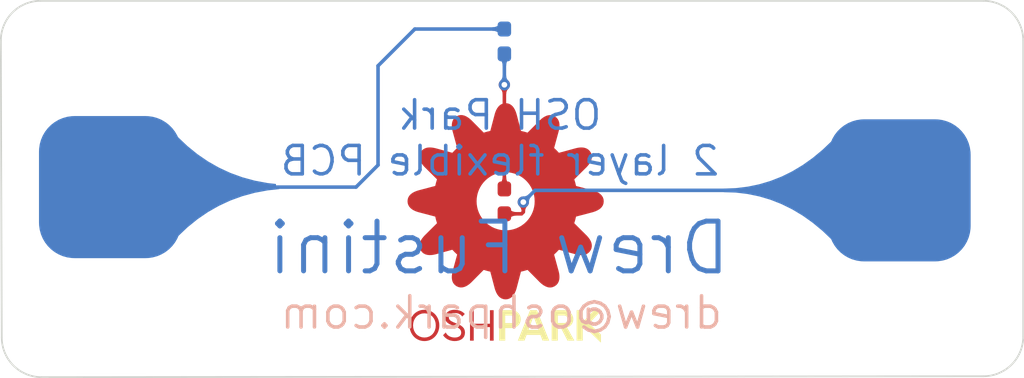
<source format=kicad_pcb>
(kicad_pcb (version 20171130) (host pcbnew 5.1.5-52549c5~84~ubuntu19.04.1)

  (general
    (thickness 1.6)
    (drawings 12)
    (tracks 15)
    (zones 0)
    (modules 5)
    (nets 4)
  )

  (page A4)
  (layers
    (0 F.Cu signal)
    (31 B.Cu signal)
    (32 B.Adhes user)
    (33 F.Adhes user)
    (34 B.Paste user)
    (35 F.Paste user)
    (36 B.SilkS user)
    (37 F.SilkS user)
    (38 B.Mask user)
    (39 F.Mask user)
    (40 Dwgs.User user)
    (41 Cmts.User user)
    (42 Eco1.User user)
    (43 Eco2.User user)
    (44 Edge.Cuts user)
    (45 Margin user)
    (46 B.CrtYd user)
    (47 F.CrtYd user)
    (48 B.Fab user)
    (49 F.Fab user)
  )

  (setup
    (last_trace_width 0.25)
    (trace_clearance 0.2)
    (zone_clearance 0.508)
    (zone_45_only no)
    (trace_min 0.2)
    (via_size 0.8)
    (via_drill 0.4)
    (via_min_size 0.4)
    (via_min_drill 0.3)
    (uvia_size 0.3)
    (uvia_drill 0.1)
    (uvias_allowed no)
    (uvia_min_size 0.2)
    (uvia_min_drill 0.1)
    (edge_width 0.05)
    (segment_width 0.2)
    (pcb_text_width 0.3)
    (pcb_text_size 1.5 1.5)
    (mod_edge_width 0.12)
    (mod_text_size 1 1)
    (mod_text_width 0.15)
    (pad_size 1.524 1.524)
    (pad_drill 0.762)
    (pad_to_mask_clearance 0.051)
    (solder_mask_min_width 0.25)
    (aux_axis_origin 0 0)
    (visible_elements FFFFFF7F)
    (pcbplotparams
      (layerselection 0x010fc_ffffffff)
      (usegerberextensions false)
      (usegerberattributes false)
      (usegerberadvancedattributes false)
      (creategerberjobfile false)
      (excludeedgelayer true)
      (linewidth 0.100000)
      (plotframeref false)
      (viasonmask false)
      (mode 1)
      (useauxorigin false)
      (hpglpennumber 1)
      (hpglpenspeed 20)
      (hpglpendiameter 15.000000)
      (psnegative false)
      (psa4output false)
      (plotreference true)
      (plotvalue true)
      (plotinvisibletext false)
      (padsonsilk false)
      (subtractmaskfromsilk false)
      (outputformat 1)
      (mirror false)
      (drillshape 1)
      (scaleselection 1)
      (outputdirectory ""))
  )

  (net 0 "")
  (net 1 GND)
  (net 2 "Net-(D1-Pad2)")
  (net 3 +3V3)

  (net_class Default "This is the default net class."
    (clearance 0.2)
    (trace_width 0.25)
    (via_dia 0.8)
    (via_drill 0.4)
    (uvia_dia 0.3)
    (uvia_drill 0.1)
    (add_net +3V3)
    (add_net GND)
    (add_net "Net-(D1-Pad2)")
  )

  (module touch:TestPoint_Pad_4.0x4.0mm (layer B.Cu) (tedit 5DF7CA08) (tstamp 5DF409A2)
    (at 181.2925 53.975)
    (descr "SMD rectangular pad as test Point, square 4.0mm side length")
    (tags "test point SMD pad rectangle square")
    (path /5DF4886B)
    (attr virtual)
    (fp_text reference J2 (at 0 2.898) (layer B.SilkS) hide
      (effects (font (size 1 1) (thickness 0.15)) (justify mirror))
    )
    (fp_text value Conn_01x01_Female (at 0 -3.1) (layer B.Fab)
      (effects (font (size 1 1) (thickness 0.15)) (justify mirror))
    )
    (fp_text user %R (at 0 2.9) (layer B.Fab)
      (effects (font (size 1 1) (thickness 0.15)) (justify mirror))
    )
    (fp_line (start -2.5 2.5) (end 2.5 2.5) (layer B.CrtYd) (width 0.05))
    (fp_line (start -2.5 2.5) (end -2.5 -2.5) (layer B.CrtYd) (width 0.05))
    (fp_line (start 2.5 -2.5) (end 2.5 2.5) (layer B.CrtYd) (width 0.05))
    (fp_line (start 2.5 -2.5) (end -2.5 -2.5) (layer B.CrtYd) (width 0.05))
    (pad 1 smd roundrect (at 0 0) (size 10 10) (layers B.Cu B.Mask) (roundrect_rratio 0.25)
      (net 1 GND))
  )

  (module touch:TestPoint_Pad_4.0x4.0mm (layer B.Cu) (tedit 5DF7C9E5) (tstamp 5DF40995)
    (at 125.73 53.7464)
    (descr "SMD rectangular pad as test Point, square 4.0mm side length")
    (tags "test point SMD pad rectangle square")
    (path /5DF48217)
    (attr virtual)
    (fp_text reference J1 (at 0 2.898) (layer B.SilkS) hide
      (effects (font (size 1 1) (thickness 0.15)) (justify mirror))
    )
    (fp_text value Conn_01x01_Female (at 0 -3.1) (layer B.Fab)
      (effects (font (size 1 1) (thickness 0.15)) (justify mirror))
    )
    (fp_line (start 2.5 -2.5) (end -2.5 -2.5) (layer B.CrtYd) (width 0.05))
    (fp_line (start 2.5 -2.5) (end 2.5 2.5) (layer B.CrtYd) (width 0.05))
    (fp_line (start -2.5 2.5) (end -2.5 -2.5) (layer B.CrtYd) (width 0.05))
    (fp_line (start -2.5 2.5) (end 2.5 2.5) (layer B.CrtYd) (width 0.05))
    (fp_text user %R (at 0 2.9) (layer B.Fab)
      (effects (font (size 1 1) (thickness 0.15)) (justify mirror))
    )
    (pad 1 smd roundrect (at 0 0) (size 10 10) (layers B.Cu B.Mask) (roundrect_rratio 0.25)
      (net 3 +3V3))
  )

  (module Resistor_SMD:R_0603_1608Metric_Pad1.05x0.95mm_HandSolder (layer B.Cu) (tedit 5DF7C9BB) (tstamp 5DF3FEFD)
    (at 153.4795 43.4975 90)
    (descr "Resistor SMD 0603 (1608 Metric), square (rectangular) end terminal, IPC_7351 nominal with elongated pad for handsoldering. (Body size source: http://www.tortai-tech.com/upload/download/2011102023233369053.pdf), generated with kicad-footprint-generator")
    (tags "resistor handsolder")
    (path /5DF4085C)
    (attr smd)
    (fp_text reference R1 (at 0 1.43 270) (layer B.SilkS) hide
      (effects (font (size 1 1) (thickness 0.15)) (justify mirror))
    )
    (fp_text value R (at 0 -1.43 270) (layer B.Fab)
      (effects (font (size 1 1) (thickness 0.15)) (justify mirror))
    )
    (fp_line (start -0.8 -0.4) (end -0.8 0.4) (layer B.Fab) (width 0.1))
    (fp_line (start -0.8 0.4) (end 0.8 0.4) (layer B.Fab) (width 0.1))
    (fp_line (start 0.8 0.4) (end 0.8 -0.4) (layer B.Fab) (width 0.1))
    (fp_line (start 0.8 -0.4) (end -0.8 -0.4) (layer B.Fab) (width 0.1))
    (fp_line (start -1.65 -0.73) (end -1.65 0.73) (layer B.CrtYd) (width 0.05))
    (fp_line (start -1.65 0.73) (end 1.65 0.73) (layer B.CrtYd) (width 0.05))
    (fp_line (start 1.65 0.73) (end 1.65 -0.73) (layer B.CrtYd) (width 0.05))
    (fp_line (start 1.65 -0.73) (end -1.65 -0.73) (layer B.CrtYd) (width 0.05))
    (fp_text user %R (at 0 0 270) (layer B.Fab) hide
      (effects (font (size 0.4 0.4) (thickness 0.06)) (justify mirror))
    )
    (pad 1 smd roundrect (at -0.875 0 90) (size 1.05 0.95) (layers B.Cu B.Paste B.Mask) (roundrect_rratio 0.25)
      (net 2 "Net-(D1-Pad2)"))
    (pad 2 smd roundrect (at 0.875 0 90) (size 1.05 0.95) (layers B.Cu B.Paste B.Mask) (roundrect_rratio 0.25)
      (net 3 +3V3))
    (model ${KISYS3DMOD}/Resistor_SMD.3dshapes/R_0603_1608Metric.wrl
      (at (xyz 0 0 0))
      (scale (xyz 1 1 1))
      (rotate (xyz 0 0 0))
    )
  )

  (module LED_SMD:LED_0603_1608Metric_Pad1.05x0.95mm_HandSolder (layer F.Cu) (tedit 5DF7C974) (tstamp 5DF3FC46)
    (at 153.4795 54.751 90)
    (descr "LED SMD 0603 (1608 Metric), square (rectangular) end terminal, IPC_7351 nominal, (Body size source: http://www.tortai-tech.com/upload/download/2011102023233369053.pdf), generated with kicad-footprint-generator")
    (tags "LED handsolder")
    (path /5DF40B3F)
    (attr smd)
    (fp_text reference D1 (at 0.014 -1.43 90) (layer F.SilkS) hide
      (effects (font (size 1 1) (thickness 0.15)))
    )
    (fp_text value LED (at 0 1.43 90) (layer F.Fab) hide
      (effects (font (size 1 1) (thickness 0.15)))
    )
    (fp_line (start 0.8 -0.4) (end -0.5 -0.4) (layer F.Fab) (width 0.1))
    (fp_line (start -0.5 -0.4) (end -0.8 -0.1) (layer F.Fab) (width 0.1))
    (fp_line (start -0.8 -0.1) (end -0.8 0.4) (layer F.Fab) (width 0.1))
    (fp_line (start -0.8 0.4) (end 0.8 0.4) (layer F.Fab) (width 0.1))
    (fp_line (start 0.8 0.4) (end 0.8 -0.4) (layer F.Fab) (width 0.1))
    (fp_line (start -1.65 0.73) (end -1.65 -0.73) (layer F.CrtYd) (width 0.05))
    (fp_line (start -1.65 -0.73) (end 1.65 -0.73) (layer F.CrtYd) (width 0.05))
    (fp_line (start 1.65 -0.73) (end 1.65 0.73) (layer F.CrtYd) (width 0.05))
    (fp_line (start 1.65 0.73) (end -1.65 0.73) (layer F.CrtYd) (width 0.05))
    (pad 1 smd roundrect (at -0.875 0 90) (size 1.05 0.95) (layers F.Cu F.Paste F.Mask) (roundrect_rratio 0.25)
      (net 1 GND))
    (pad 2 smd roundrect (at 0.875 0 90) (size 1.05 0.95) (layers F.Cu F.Paste F.Mask) (roundrect_rratio 0.25)
      (net 2 "Net-(D1-Pad2)"))
    (model ${KISYS3DMOD}/LED_SMD.3dshapes/LED_0603_1608Metric.wrl
      (at (xyz 0 0 0))
      (scale (xyz 1 1 1))
      (rotate (xyz 0 0 0))
    )
  )

  (module afterdark:OSH_small_copper-mask (layer F.Cu) (tedit 5DF3FF89) (tstamp 5DF45F50)
    (at 153.5684 56.2864)
    (descr "Imported from OSHPARK.svg")
    (tags svg2mod)
    (attr smd)
    (fp_text reference OSH_small (at 0 -11.457835) (layer F.Cu) hide
      (effects (font (size 1.524 1.524) (thickness 0.3048)))
    )
    (fp_text value G*** (at 0 11.457835) (layer F.Cu) hide
      (effects (font (size 1.524 1.524) (thickness 0.3048)))
    )
    (fp_poly (pts (xy -5.71389 8.295375) (xy -5.71389 8.046425) (xy -5.88469 8.029425) (xy -6.03947 7.980425)
      (xy -6.17614 7.902625) (xy -6.29262 7.799265) (xy -6.38682 7.673515) (xy -6.45672 7.528545)
      (xy -6.50022 7.367545) (xy -6.51512 7.193705) (xy -6.50022 7.019865) (xy -6.45672 6.858865)
      (xy -6.38682 6.713895) (xy -6.29262 6.588145) (xy -6.17614 6.484785) (xy -6.03947 6.406985)
      (xy -5.88469 6.357985) (xy -5.71389 6.340985) (xy -5.54238 6.357985) (xy -5.38754 6.406985)
      (xy -5.25128 6.484785) (xy -5.13551 6.588145) (xy -5.04211 6.713895) (xy -4.97301 6.858865)
      (xy -4.93021 7.019865) (xy -4.91551 7.193705) (xy -4.93021 7.367545) (xy -4.97301 7.528545)
      (xy -5.04211 7.673515) (xy -5.13551 7.799265) (xy -5.25128 7.902625) (xy -5.38754 7.980425)
      (xy -5.54238 8.029425) (xy -5.71389 8.046425) (xy -5.71389 8.295375) (xy -5.60215 8.289375)
      (xy -5.49471 8.272675) (xy -5.39197 8.245575) (xy -5.29437 8.208575) (xy -5.20217 8.162275)
      (xy -5.11587 8.107175) (xy -5.03597 8.043775) (xy -4.96277 7.972775) (xy -4.89667 7.894575)
      (xy -4.83807 7.809775) (xy -4.78737 7.718975) (xy -4.74497 7.622675) (xy -4.71127 7.521405)
      (xy -4.68667 7.415745) (xy -4.67167 7.306225) (xy -4.66667 7.193415) (xy -4.67167 7.080595)
      (xy -4.68667 6.971085) (xy -4.71127 6.865415) (xy -4.74497 6.764145) (xy -4.78737 6.667845)
      (xy -4.83807 6.577045) (xy -4.89667 6.492245) (xy -4.96277 6.414045) (xy -5.03597 6.342945)
      (xy -5.11587 6.279545) (xy -5.20217 6.224445) (xy -5.29437 6.178145) (xy -5.39197 6.141145)
      (xy -5.49471 6.114045) (xy -5.60215 6.097345) (xy -5.71389 6.091345) (xy -5.82609 6.097345)
      (xy -5.93388 6.114045) (xy -6.03687 6.141145) (xy -6.13467 6.178145) (xy -6.22687 6.224445)
      (xy -6.31307 6.279545) (xy -6.39297 6.342945) (xy -6.46607 6.414045) (xy -6.53207 6.492245)
      (xy -6.59047 6.577045) (xy -6.64097 6.667845) (xy -6.68317 6.764145) (xy -6.71667 6.865415)
      (xy -6.74107 6.971085) (xy -6.75597 7.080595) (xy -6.76097 7.193415) (xy -6.75597 7.306225)
      (xy -6.74107 7.415745) (xy -6.71667 7.521405) (xy -6.68317 7.622675) (xy -6.64097 7.718975)
      (xy -6.59047 7.809775) (xy -6.53207 7.894575) (xy -6.46607 7.972775) (xy -6.39297 8.043775)
      (xy -6.31307 8.107175) (xy -6.22687 8.162275) (xy -6.13467 8.208575) (xy -6.03687 8.245575)
      (xy -5.93388 8.272675) (xy -5.82609 8.289375) (xy -5.71389 8.295375)) (layer F.Mask) (width 0))
    (fp_poly (pts (xy -1.10433 6.120635) (xy -1.10433 7.076375) (xy -2.24607 7.076375) (xy -2.24607 6.120635)
      (xy -2.50646 6.120635) (xy -2.50646 8.266755) (xy -2.24607 8.266755) (xy -2.24607 7.311015)
      (xy -1.10433 7.311015) (xy -1.10433 8.266755) (xy -0.84394 8.266755) (xy -0.84394 6.120635)
      (xy -1.10433 6.120635)) (layer F.Mask) (width 0))
    (fp_poly (pts (xy -3.5907 8.295375) (xy -3.44187 8.286375) (xy -3.30406 8.258975) (xy -3.18001 8.212975)
      (xy -3.07241 8.147975) (xy -2.98401 8.063675) (xy -2.91751 7.959725) (xy -2.87561 7.835805)
      (xy -2.86101 7.691555) (xy -2.87691 7.552235) (xy -2.92141 7.434915) (xy -2.98981 7.336615)
      (xy -3.07751 7.254415) (xy -3.17982 7.185415) (xy -3.29208 7.126615) (xy -3.52784 7.027715)
      (xy -3.70664 6.955515) (xy -3.85727 6.872815) (xy -3.91627 6.823915) (xy -3.96127 6.768115)
      (xy -3.98997 6.703915) (xy -4.00007 6.629915) (xy -3.99207 6.554915) (xy -3.96807 6.490615)
      (xy -3.93017 6.436915) (xy -3.88027 6.393515) (xy -3.82017 6.360115) (xy -3.75177 6.336615)
      (xy -3.67677 6.322615) (xy -3.59697 6.317615) (xy -3.50107 6.322615) (xy -3.41297 6.336315)
      (xy -3.33277 6.358215) (xy -3.26037 6.387715) (xy -3.19597 6.424015) (xy -3.13947 6.466415)
      (xy -3.05047 6.566885) (xy -2.87592 6.389475) (xy -2.93462 6.327375) (xy -3.00322 6.270575)
      (xy -3.08132 6.219875) (xy -3.16862 6.176275) (xy -3.26472 6.140775) (xy -3.36936 6.114275)
      (xy -3.48217 6.097675) (xy -3.60284 6.091675) (xy -3.73476 6.100675) (xy -3.85823 6.127675)
      (xy -3.97043 6.172275) (xy -4.06853 6.234275) (xy -4.14973 6.313275) (xy -4.21123 6.408975)
      (xy -4.25023 6.521165) (xy -4.26383 6.649475) (xy -4.24983 6.769025) (xy -4.21043 6.869725)
      (xy -4.14943 6.954225) (xy -4.07063 7.025125) (xy -3.97793 7.085025) (xy -3.87509 7.136525)
      (xy -3.6543 7.224725) (xy -3.4565 7.304325) (xy -3.3666 7.348925) (xy -3.2866 7.399625)
      (xy -3.2195 7.458525) (xy -3.1682 7.527725) (xy -3.1357 7.609325) (xy -3.1249 7.705425)
      (xy -3.1349 7.789025) (xy -3.1618 7.860025) (xy -3.2038 7.918825) (xy -3.2593 7.965825)
      (xy -3.3266 8.001625) (xy -3.404 8.026625) (xy -3.4899 8.041225) (xy -3.5826 8.046225)
      (xy -3.69075 8.039225) (xy -3.79323 8.020125) (xy -3.88863 7.989225) (xy -3.97563 7.947425)
      (xy -4.05283 7.895625) (xy -4.11893 7.834625) (xy -4.17243 7.765125) (xy -4.21203 7.688125)
      (xy -4.40088 7.879845) (xy -4.33778 7.967545) (xy -4.26108 8.047345) (xy -4.17208 8.118045)
      (xy -4.07218 8.178545) (xy -3.96276 8.227645) (xy -3.84518 8.264145) (xy -3.72084 8.286945)
      (xy -3.59109 8.294945) (xy -3.5907 8.295375)) (layer F.Mask) (width 0))
    (fp_poly (pts (xy 0.00118 -8.409695) (xy 0.00043 -3.623025) (xy 0.21316 -3.612325) (xy 0.41974 -3.580825)
      (xy 0.61914 -3.529525) (xy 0.81031 -3.459525) (xy 0.99219 -3.371925) (xy 1.16375 -3.267695)
      (xy 1.32394 -3.147905) (xy 1.4717 -3.013605) (xy 1.606 -2.865845) (xy 1.72579 -2.705655)
      (xy 1.83001 -2.534105) (xy 1.91761 -2.352215) (xy 1.98761 -2.161055) (xy 2.03891 -1.961655)
      (xy 2.07041 -1.755065) (xy 2.08111 -1.542335) (xy 2.07041 -1.329495) (xy 2.03891 -1.122805)
      (xy 1.98771 -0.923315) (xy 1.91781 -0.732055) (xy 1.83021 -0.550075) (xy 1.726 -0.378435)
      (xy 1.60622 -0.218175) (xy 1.47192 -0.070335) (xy 1.32415 0.064025) (xy 1.16396 0.183875)
      (xy 0.99238 0.288155) (xy 0.81047 0.375855) (xy 0.61928 0.445855) (xy 0.41984 0.497155)
      (xy 0.21321 0.528655) (xy 0.00043 0.539455) (xy -0.21235 0.528655) (xy -0.41897 0.497155)
      (xy -0.6184 0.445855) (xy -0.80958 0.375855) (xy -0.99147 0.288155) (xy -1.16302 0.183875)
      (xy -1.3232 0.064025) (xy -1.47095 -0.070335) (xy -1.60524 -0.218175) (xy -1.72501 -0.378435)
      (xy -1.82922 -0.550075) (xy -1.91682 -0.732055) (xy -1.98682 -0.923315) (xy -2.03812 -1.122805)
      (xy -2.06962 -1.329495) (xy -2.08032 -1.542335) (xy -2.06962 -1.755065) (xy -2.03812 -1.961655)
      (xy -1.98682 -2.161055) (xy -1.91682 -2.352215) (xy -1.82922 -2.534105) (xy -1.72501 -2.705655)
      (xy -1.60524 -2.865845) (xy -1.47095 -3.013605) (xy -1.3232 -3.147905) (xy -1.16302 -3.267695)
      (xy -0.99147 -3.371925) (xy -0.80958 -3.459525) (xy -0.6184 -3.529525) (xy -0.41897 -3.580825)
      (xy -0.21235 -3.612325) (xy 0.00043 -3.623025) (xy 0.00118 -8.409695) (xy -0.14129 -8.393995)
      (xy -0.2674 -8.349495) (xy -0.378 -8.279795) (xy -0.4739 -8.188495) (xy -0.556 -8.079355)
      (xy -0.6251 -7.956025) (xy -0.6821 -7.822195) (xy -0.7278 -7.681515) (xy -1.04856 -6.462625)
      (xy -1.30304 -6.403425) (xy -1.55293 -6.331225) (xy -2.43795 -7.223815) (xy -2.5541 -7.325575)
      (xy -2.67331 -7.414275) (xy -2.79523 -7.486675) (xy -2.91953 -7.539575) (xy -3.04586 -7.569675)
      (xy -3.17388 -7.573675) (xy -3.30323 -7.548275) (xy -3.43358 -7.490275) (xy -3.54913 -7.405275)
      (xy -3.63603 -7.303485) (xy -3.69693 -7.187695) (xy -3.73433 -7.060655) (xy -3.75073 -6.925095)
      (xy -3.74873 -6.783755) (xy -3.73103 -6.639375) (xy -3.70003 -6.494705) (xy -3.36893 -5.282225)
      (xy -3.55878 -5.102185) (xy -3.73879 -4.912505) (xy -4.95156 -5.242875) (xy -5.10317 -5.273475)
      (xy -5.25088 -5.290975) (xy -5.39277 -5.292975) (xy -5.5269 -5.276575) (xy -5.65135 -5.239375)
      (xy -5.76419 -5.178675) (xy -5.86349 -5.091975) (xy -5.94729 -4.976645) (xy -6.00489 -4.845335)
      (xy -6.02929 -4.713775) (xy -6.02429 -4.583095) (xy -5.99309 -4.454385) (xy -5.93949 -4.328745)
      (xy -5.86709 -4.207285) (xy -5.77959 -4.091105) (xy -5.68049 -3.981305) (xy -4.78848 -3.096875)
      (xy -4.86248 -2.846755) (xy -4.92388 -2.591195) (xy -6.13913 -2.271315) (xy -6.28557 -2.221815)
      (xy -6.42211 -2.163015) (xy -6.54579 -2.093715) (xy -6.65364 -2.012515) (xy -6.74264 -1.918115)
      (xy -6.80994 -1.809295) (xy -6.85244 -1.684715) (xy -6.86724 -1.543065) (xy -6.85154 -1.400675)
      (xy -6.80704 -1.274595) (xy -6.73724 -1.163985) (xy -6.64594 -1.068085) (xy -6.5368 -0.985985)
      (xy -6.41347 -0.916885) (xy -6.27964 -0.859985) (xy -6.13897 -0.814385) (xy -4.92372 -0.494365)
      (xy -4.86232 -0.239235) (xy -4.78842 0.010885) (xy -5.68043 0.895605) (xy -5.78261 1.011585)
      (xy -5.87161 1.130695) (xy -5.94411 1.252585) (xy -5.99701 1.376885) (xy -6.02701 1.503265)
      (xy -6.03101 1.631355) (xy -6.00551 1.760795) (xy -5.94741 1.891235) (xy -5.86251 2.006695)
      (xy -5.76079 2.093495) (xy -5.64502 2.154295) (xy -5.51794 2.191595) (xy -5.38232 2.207995)
      (xy -5.24091 2.205995) (xy -5.09648 2.188395) (xy -4.95178 2.157595) (xy -3.73916 1.826495)
      (xy -3.55915 2.015885) (xy -3.36929 2.196065) (xy -3.70039 3.409125) (xy -3.73109 3.560565)
      (xy -3.74869 3.708175) (xy -3.75069 3.850005) (xy -3.73429 3.984105) (xy -3.69709 4.108515)
      (xy -3.63639 4.221295) (xy -3.54959 4.320495) (xy -3.43416 4.404195) (xy -3.30285 4.461895)
      (xy -3.17132 4.486395) (xy -3.04066 4.481395) (xy -2.91197 4.450195) (xy -2.78636 4.396595)
      (xy -2.66492 4.324295) (xy -2.54876 4.236795) (xy -2.43897 4.137795) (xy -1.55409 3.245195)
      (xy -1.30401 3.319295) (xy -1.0487 3.380995) (xy -0.72882 4.596245) (xy -0.67942 4.742405)
      (xy -0.62072 4.878745) (xy -0.55142 5.002265) (xy -0.47012 5.110005) (xy -0.37562 5.199005)
      (xy -0.26663 5.266305) (xy -0.14183 5.308805) (xy 0.0001 5.323605) (xy 0.1423 5.307905)
      (xy 0.26821 5.263405) (xy 0.37868 5.193705) (xy 0.47448 5.102505) (xy 0.55658 4.993495)
      (xy 0.62568 4.870315) (xy 0.68268 4.736655) (xy 0.72838 4.596185) (xy 1.04825 3.380645)
      (xy 1.30343 3.319445) (xy 1.55379 3.245445) (xy 2.43852 4.137905) (xy 2.55442 4.240085)
      (xy 2.67348 4.329085) (xy 2.79535 4.401685) (xy 2.91965 4.454585) (xy 3.04602 4.484585)
      (xy 3.17409 4.488585) (xy 3.30349 4.462985) (xy 3.43386 4.404785) (xy 3.5493 4.319985)
      (xy 3.6361 4.218365) (xy 3.6969 4.102685) (xy 3.7342 3.975695) (xy 3.7507 3.840155)
      (xy 3.7487 3.698805) (xy 3.7312 3.554415) (xy 3.7006 3.409725) (xy 3.36921 2.196675)
      (xy 3.55866 2.016495) (xy 3.73849 1.827095) (xy 4.95155 2.158195) (xy 5.10316 2.188595)
      (xy 5.25086 2.205995) (xy 5.39274 2.207995) (xy 5.52685 2.191495) (xy 5.65126 2.154195)
      (xy 5.76405 2.093495) (xy 5.86325 2.006695) (xy 5.94695 1.891265) (xy 6.00455 1.759975)
      (xy 6.02895 1.628485) (xy 6.02395 1.497875) (xy 5.99275 1.369255) (xy 5.93915 1.243685)
      (xy 5.86685 1.122265) (xy 5.77935 1.006085) (xy 5.68035 0.896225) (xy 4.78804 0.011495)
      (xy 4.86214 -0.238625) (xy 4.92344 -0.493755) (xy 6.13868 -0.813785) (xy 6.28522 -0.863185)
      (xy 6.42183 -0.921885) (xy 6.54556 -0.991285) (xy 6.65344 -1.072585) (xy 6.74254 -1.167085)
      (xy 6.80984 -1.276075) (xy 6.85244 -1.400845) (xy 6.86724 -1.542705) (xy 6.85194 -1.684715)
      (xy 6.80764 -1.810495) (xy 6.73804 -1.920855) (xy 6.64694 -2.016655) (xy 6.53789 -2.098655)
      (xy 6.41461 -2.167755) (xy 6.2808 -2.224755) (xy 6.14013 -2.270455) (xy 4.92488 -2.590335)
      (xy 4.86358 -2.845855) (xy 4.78948 -3.095735) (xy 5.68179 -3.980895) (xy 5.78395 -4.096695)
      (xy 5.87285 -4.215675) (xy 5.94535 -4.337485) (xy 5.99815 -4.461745) (xy 6.02805 -4.588095)
      (xy 6.03205 -4.716185) (xy 6.00655 -4.845635) (xy 5.94845 -4.976085) (xy 5.86365 -5.091375)
      (xy 5.76206 -5.178075) (xy 5.64641 -5.238875) (xy 5.51943 -5.276175) (xy 5.38387 -5.292675)
      (xy 5.24246 -5.290675) (xy 5.09796 -5.273075) (xy 4.9531 -5.242275) (xy 3.74019 -4.911755)
      (xy 3.5604 -5.101105) (xy 3.3712 -5.281035) (xy 3.70215 -6.493945) (xy 3.73265 -6.645465)
      (xy 3.75005 -6.793085) (xy 3.75205 -6.934915) (xy 3.73565 -7.069005) (xy 3.69835 -7.193445)
      (xy 3.63755 -7.306295) (xy 3.55075 -7.405695) (xy 3.43522 -7.489595) (xy 3.30408 -7.547095)
      (xy 3.17265 -7.571395) (xy 3.04204 -7.566395) (xy 2.91335 -7.535095) (xy 2.78769 -7.481395)
      (xy 2.66618 -7.408995) (xy 2.54992 -7.321595) (xy 2.44003 -7.222795) (xy 1.55545 -6.330485)
      (xy 1.30598 -6.402785) (xy 1.05107 -6.462485) (xy 0.73018 -7.681375) (xy 0.68058 -7.827915)
      (xy 0.62168 -7.964525) (xy 0.55228 -8.088255) (xy 0.47098 -8.196135) (xy 0.37658 -8.285235)
      (xy 0.2677 -8.352535) (xy 0.14304 -8.395035) (xy 0.0013 -8.409835) (xy 0.00118 -8.409695)) (layer F.Mask) (width 0.073847))
    (fp_poly (pts (xy 6.76111 6.120635) (xy 6.20884 6.120635) (xy 5.42765 6.959055) (xy 5.42765 6.120635)
      (xy 4.99557 6.120635) (xy 4.99557 8.266755) (xy 5.42765 8.266755) (xy 5.42765 7.193695)
      (xy 6.7096 8.409835) (xy 6.7096 7.831805) (xy 5.87118 7.056345) (xy 6.76111 6.120635)) (layer F.SilkS) (width 0))
    (fp_poly (pts (xy 4.31659 7.328185) (xy 4.11009 7.022185) (xy 3.67228 7.022185) (xy 3.67228 6.495675)
      (xy 4.11009 6.495675) (xy 4.16319 6.500675) (xy 4.21239 6.515675) (xy 4.25669 6.539575)
      (xy 4.29509 6.571375) (xy 4.32669 6.610075) (xy 4.35039 6.654875) (xy 4.36539 6.704775)
      (xy 4.37039 6.758775) (xy 4.36539 6.812775) (xy 4.35069 6.862675) (xy 4.32729 6.907475)
      (xy 4.29609 6.946175) (xy 4.25789 6.977975) (xy 4.21359 7.001875) (xy 4.16399 7.016875)
      (xy 4.11009 7.021875) (xy 4.11009 7.022185) (xy 4.31659 7.328185) (xy 4.41049 7.296585)
      (xy 4.49619 7.251785) (xy 4.57229 7.194785) (xy 4.63749 7.126585) (xy 4.69049 7.048185)
      (xy 4.72989 6.960585) (xy 4.75449 6.864785) (xy 4.76249 6.761805) (xy 4.74979 6.631575)
      (xy 4.71319 6.510755) (xy 4.65509 6.401815) (xy 4.57799 6.307215) (xy 4.48419 6.229415)
      (xy 4.37621 6.170715) (xy 4.25643 6.133715) (xy 4.12726 6.120815) (xy 3.2402 6.120815)
      (xy 3.2402 8.266935) (xy 3.67228 8.266935) (xy 3.67228 7.356985) (xy 3.88403 7.356985)
      (xy 4.35332 8.266935) (xy 4.83691 8.266935) (xy 4.31612 7.328365) (xy 4.31659 7.328185)) (layer F.SilkS) (width 0))
    (fp_poly (pts (xy 2.59844 8.266755) (xy 1.96319 6.558445) (xy 2.31515 7.505595) (xy 1.60836 7.505595)
      (xy 1.96319 6.558445) (xy 2.59844 8.266755) (xy 3.06487 8.266755) (xy 2.20355 6.120635)
      (xy 1.71996 6.120635) (xy 0.85865 8.266755) (xy 1.32508 8.266755) (xy 1.47674 7.860425)
      (xy 2.44678 7.860425) (xy 2.59844 8.266755)) (layer F.SilkS) (width 0))
    (fp_poly (pts (xy 0.00118 -8.409695) (xy 0.00043 -3.623025) (xy 0.21316 -3.612325) (xy 0.41974 -3.580825)
      (xy 0.61914 -3.529525) (xy 0.81031 -3.459525) (xy 0.99219 -3.371925) (xy 1.16375 -3.267695)
      (xy 1.32394 -3.147905) (xy 1.4717 -3.013605) (xy 1.606 -2.865845) (xy 1.72579 -2.705655)
      (xy 1.83001 -2.534105) (xy 1.91761 -2.352215) (xy 1.98761 -2.161055) (xy 2.03891 -1.961655)
      (xy 2.07041 -1.755065) (xy 2.08111 -1.542335) (xy 2.07041 -1.329495) (xy 2.03891 -1.122805)
      (xy 1.98771 -0.923315) (xy 1.91781 -0.732055) (xy 1.83021 -0.550075) (xy 1.726 -0.378435)
      (xy 1.60622 -0.218175) (xy 1.47192 -0.070335) (xy 1.32415 0.064025) (xy 1.16396 0.183875)
      (xy 0.99238 0.288155) (xy 0.81047 0.375855) (xy 0.61928 0.445855) (xy 0.41984 0.497155)
      (xy 0.21321 0.528655) (xy 0.00043 0.539455) (xy -0.21235 0.528655) (xy -0.41897 0.497155)
      (xy -0.6184 0.445855) (xy -0.80958 0.375855) (xy -0.99147 0.288155) (xy -1.16302 0.183875)
      (xy -1.3232 0.064025) (xy -1.47095 -0.070335) (xy -1.60524 -0.218175) (xy -1.72501 -0.378435)
      (xy -1.82922 -0.550075) (xy -1.91682 -0.732055) (xy -1.98682 -0.923315) (xy -2.03812 -1.122805)
      (xy -2.06962 -1.329495) (xy -2.08032 -1.542335) (xy -2.06962 -1.755065) (xy -2.03812 -1.961655)
      (xy -1.98682 -2.161055) (xy -1.91682 -2.352215) (xy -1.82922 -2.534105) (xy -1.72501 -2.705655)
      (xy -1.60524 -2.865845) (xy -1.47095 -3.013605) (xy -1.3232 -3.147905) (xy -1.16302 -3.267695)
      (xy -0.99147 -3.371925) (xy -0.80958 -3.459525) (xy -0.6184 -3.529525) (xy -0.41897 -3.580825)
      (xy -0.21235 -3.612325) (xy 0.00043 -3.623025) (xy 0.00118 -8.409695) (xy -0.14129 -8.393995)
      (xy -0.2674 -8.349495) (xy -0.378 -8.279795) (xy -0.4739 -8.188495) (xy -0.556 -8.079355)
      (xy -0.6251 -7.956025) (xy -0.6821 -7.822195) (xy -0.7278 -7.681515) (xy -1.04856 -6.462625)
      (xy -1.30304 -6.403425) (xy -1.55293 -6.331225) (xy -2.43795 -7.223815) (xy -2.5541 -7.325575)
      (xy -2.67331 -7.414275) (xy -2.79523 -7.486675) (xy -2.91953 -7.539575) (xy -3.04586 -7.569675)
      (xy -3.17388 -7.573675) (xy -3.30323 -7.548275) (xy -3.43358 -7.490275) (xy -3.54913 -7.405275)
      (xy -3.63603 -7.303485) (xy -3.69693 -7.187695) (xy -3.73433 -7.060655) (xy -3.75073 -6.925095)
      (xy -3.74873 -6.783755) (xy -3.73103 -6.639375) (xy -3.70003 -6.494705) (xy -3.36893 -5.282225)
      (xy -3.55878 -5.102185) (xy -3.73879 -4.912505) (xy -4.95156 -5.242875) (xy -5.10317 -5.273475)
      (xy -5.25088 -5.290975) (xy -5.39277 -5.292975) (xy -5.5269 -5.276575) (xy -5.65135 -5.239375)
      (xy -5.76419 -5.178675) (xy -5.86349 -5.091975) (xy -5.94729 -4.976645) (xy -6.00489 -4.845335)
      (xy -6.02929 -4.713775) (xy -6.02429 -4.583095) (xy -5.99309 -4.454385) (xy -5.93949 -4.328745)
      (xy -5.86709 -4.207285) (xy -5.77959 -4.091105) (xy -5.68049 -3.981305) (xy -4.78848 -3.096875)
      (xy -4.86248 -2.846755) (xy -4.92388 -2.591195) (xy -6.13913 -2.271315) (xy -6.28557 -2.221815)
      (xy -6.42211 -2.163015) (xy -6.54579 -2.093715) (xy -6.65364 -2.012515) (xy -6.74264 -1.918115)
      (xy -6.80994 -1.809295) (xy -6.85244 -1.684715) (xy -6.86724 -1.543065) (xy -6.85154 -1.400675)
      (xy -6.80704 -1.274595) (xy -6.73724 -1.163985) (xy -6.64594 -1.068085) (xy -6.5368 -0.985985)
      (xy -6.41347 -0.916885) (xy -6.27964 -0.859985) (xy -6.13897 -0.814385) (xy -4.92372 -0.494365)
      (xy -4.86232 -0.239235) (xy -4.78842 0.010885) (xy -5.68043 0.895605) (xy -5.78261 1.011585)
      (xy -5.87161 1.130695) (xy -5.94411 1.252585) (xy -5.99701 1.376885) (xy -6.02701 1.503265)
      (xy -6.03101 1.631355) (xy -6.00551 1.760795) (xy -5.94741 1.891235) (xy -5.86251 2.006695)
      (xy -5.76079 2.093495) (xy -5.64502 2.154295) (xy -5.51794 2.191595) (xy -5.38232 2.207995)
      (xy -5.24091 2.205995) (xy -5.09648 2.188395) (xy -4.95178 2.157595) (xy -3.73916 1.826495)
      (xy -3.55915 2.015885) (xy -3.36929 2.196065) (xy -3.70039 3.409125) (xy -3.73109 3.560565)
      (xy -3.74869 3.708175) (xy -3.75069 3.850005) (xy -3.73429 3.984105) (xy -3.69709 4.108515)
      (xy -3.63639 4.221295) (xy -3.54959 4.320495) (xy -3.43416 4.404195) (xy -3.30285 4.461895)
      (xy -3.17132 4.486395) (xy -3.04066 4.481395) (xy -2.91197 4.450195) (xy -2.78636 4.396595)
      (xy -2.66492 4.324295) (xy -2.54876 4.236795) (xy -2.43897 4.137795) (xy -1.55409 3.245195)
      (xy -1.30401 3.319295) (xy -1.0487 3.380995) (xy -0.72882 4.596245) (xy -0.67942 4.742405)
      (xy -0.62072 4.878745) (xy -0.55142 5.002265) (xy -0.47012 5.110005) (xy -0.37562 5.199005)
      (xy -0.26663 5.266305) (xy -0.14183 5.308805) (xy 0.0001 5.323605) (xy 0.1423 5.307905)
      (xy 0.26821 5.263405) (xy 0.37868 5.193705) (xy 0.47448 5.102505) (xy 0.55658 4.993495)
      (xy 0.62568 4.870315) (xy 0.68268 4.736655) (xy 0.72838 4.596185) (xy 1.04825 3.380645)
      (xy 1.30343 3.319445) (xy 1.55379 3.245445) (xy 2.43852 4.137905) (xy 2.55442 4.240085)
      (xy 2.67348 4.329085) (xy 2.79535 4.401685) (xy 2.91965 4.454585) (xy 3.04602 4.484585)
      (xy 3.17409 4.488585) (xy 3.30349 4.462985) (xy 3.43386 4.404785) (xy 3.5493 4.319985)
      (xy 3.6361 4.218365) (xy 3.6969 4.102685) (xy 3.7342 3.975695) (xy 3.7507 3.840155)
      (xy 3.7487 3.698805) (xy 3.7312 3.554415) (xy 3.7006 3.409725) (xy 3.36921 2.196675)
      (xy 3.55866 2.016495) (xy 3.73849 1.827095) (xy 4.95155 2.158195) (xy 5.10316 2.188595)
      (xy 5.25086 2.205995) (xy 5.39274 2.207995) (xy 5.52685 2.191495) (xy 5.65126 2.154195)
      (xy 5.76405 2.093495) (xy 5.86325 2.006695) (xy 5.94695 1.891265) (xy 6.00455 1.759975)
      (xy 6.02895 1.628485) (xy 6.02395 1.497875) (xy 5.99275 1.369255) (xy 5.93915 1.243685)
      (xy 5.86685 1.122265) (xy 5.77935 1.006085) (xy 5.68035 0.896225) (xy 4.78804 0.011495)
      (xy 4.86214 -0.238625) (xy 4.92344 -0.493755) (xy 6.13868 -0.813785) (xy 6.28522 -0.863185)
      (xy 6.42183 -0.921885) (xy 6.54556 -0.991285) (xy 6.65344 -1.072585) (xy 6.74254 -1.167085)
      (xy 6.80984 -1.276075) (xy 6.85244 -1.400845) (xy 6.86724 -1.542705) (xy 6.85194 -1.684715)
      (xy 6.80764 -1.810495) (xy 6.73804 -1.920855) (xy 6.64694 -2.016655) (xy 6.53789 -2.098655)
      (xy 6.41461 -2.167755) (xy 6.2808 -2.224755) (xy 6.14013 -2.270455) (xy 4.92488 -2.590335)
      (xy 4.86358 -2.845855) (xy 4.78948 -3.095735) (xy 5.68179 -3.980895) (xy 5.78395 -4.096695)
      (xy 5.87285 -4.215675) (xy 5.94535 -4.337485) (xy 5.99815 -4.461745) (xy 6.02805 -4.588095)
      (xy 6.03205 -4.716185) (xy 6.00655 -4.845635) (xy 5.94845 -4.976085) (xy 5.86365 -5.091375)
      (xy 5.76206 -5.178075) (xy 5.64641 -5.238875) (xy 5.51943 -5.276175) (xy 5.38387 -5.292675)
      (xy 5.24246 -5.290675) (xy 5.09796 -5.273075) (xy 4.9531 -5.242275) (xy 3.74019 -4.911755)
      (xy 3.5604 -5.101105) (xy 3.3712 -5.281035) (xy 3.70215 -6.493945) (xy 3.73265 -6.645465)
      (xy 3.75005 -6.793085) (xy 3.75205 -6.934915) (xy 3.73565 -7.069005) (xy 3.69835 -7.193445)
      (xy 3.63755 -7.306295) (xy 3.55075 -7.405695) (xy 3.43522 -7.489595) (xy 3.30408 -7.547095)
      (xy 3.17265 -7.571395) (xy 3.04204 -7.566395) (xy 2.91335 -7.535095) (xy 2.78769 -7.481395)
      (xy 2.66618 -7.408995) (xy 2.54992 -7.321595) (xy 2.44003 -7.222795) (xy 1.55545 -6.330485)
      (xy 1.30598 -6.402785) (xy 1.05107 -6.462485) (xy 0.73018 -7.681375) (xy 0.68058 -7.827915)
      (xy 0.62168 -7.964525) (xy 0.55228 -8.088255) (xy 0.47098 -8.196135) (xy 0.37658 -8.285235)
      (xy 0.2677 -8.352535) (xy 0.14304 -8.395035) (xy 0.0013 -8.409835) (xy 0.00118 -8.409695)) (layer F.Cu) (width 0.073847))
    (fp_poly (pts (xy 0.42791 6.120635) (xy -0.02711 6.495535) (xy 0.38781 6.495535) (xy 0.44521 6.500535)
      (xy 0.49851 6.515035) (xy 0.54661 6.538335) (xy 0.58851 6.569635) (xy 0.62301 6.608335)
      (xy 0.64901 6.653735) (xy 0.66541 6.705135) (xy 0.67141 6.761735) (xy 0.66541 6.820135)
      (xy 0.64901 6.872535) (xy 0.62301 6.918535) (xy 0.58851 6.957435) (xy 0.54661 6.988635)
      (xy 0.49851 7.011635) (xy 0.44521 7.025835) (xy 0.38781 7.030835) (xy 0.38781 7.030635)
      (xy -0.02711 7.030635) (xy -0.02711 6.495535) (xy 0.42791 6.120635) (xy -0.45915 6.120635)
      (xy -0.45915 8.266755) (xy -0.02707 8.266755) (xy -0.02707 7.382555) (xy 0.42791 7.382555)
      (xy 0.5579 7.370355) (xy 0.67807 7.335055) (xy 0.78609 7.278855) (xy 0.87969 7.203855)
      (xy 0.95649 7.112155) (xy 1.01419 7.006005) (xy 1.05049 6.887525) (xy 1.06309 6.758845)
      (xy 1.05049 6.630375) (xy 1.01419 6.510655) (xy 0.95649 6.402275) (xy 0.87969 6.307775)
      (xy 0.78609 6.229775) (xy 0.67807 6.170875) (xy 0.5579 6.133675) (xy 0.42791 6.120675)
      (xy 0.42791 6.120635)) (layer F.SilkS) (width 0))
    (fp_poly (pts (xy -1.10433 6.120635) (xy -1.10433 7.076375) (xy -2.24607 7.076375) (xy -2.24607 6.120635)
      (xy -2.50646 6.120635) (xy -2.50646 8.266755) (xy -2.24607 8.266755) (xy -2.24607 7.311015)
      (xy -1.10433 7.311015) (xy -1.10433 8.266755) (xy -0.84394 8.266755) (xy -0.84394 6.120635)
      (xy -1.10433 6.120635)) (layer F.Cu) (width 0))
    (fp_poly (pts (xy -3.5907 8.295375) (xy -3.44187 8.286375) (xy -3.30406 8.258975) (xy -3.18001 8.212975)
      (xy -3.07241 8.147975) (xy -2.98401 8.063675) (xy -2.91751 7.959725) (xy -2.87561 7.835805)
      (xy -2.86101 7.691555) (xy -2.87691 7.552235) (xy -2.92141 7.434915) (xy -2.98981 7.336615)
      (xy -3.07751 7.254415) (xy -3.17982 7.185415) (xy -3.29208 7.126615) (xy -3.52784 7.027715)
      (xy -3.70664 6.955515) (xy -3.85727 6.872815) (xy -3.91627 6.823915) (xy -3.96127 6.768115)
      (xy -3.98997 6.703915) (xy -4.00007 6.629915) (xy -3.99207 6.554915) (xy -3.96807 6.490615)
      (xy -3.93017 6.436915) (xy -3.88027 6.393515) (xy -3.82017 6.360115) (xy -3.75177 6.336615)
      (xy -3.67677 6.322615) (xy -3.59697 6.317615) (xy -3.50107 6.322615) (xy -3.41297 6.336315)
      (xy -3.33277 6.358215) (xy -3.26037 6.387715) (xy -3.19597 6.424015) (xy -3.13947 6.466415)
      (xy -3.05047 6.566885) (xy -2.87592 6.389475) (xy -2.93462 6.327375) (xy -3.00322 6.270575)
      (xy -3.08132 6.219875) (xy -3.16862 6.176275) (xy -3.26472 6.140775) (xy -3.36936 6.114275)
      (xy -3.48217 6.097675) (xy -3.60284 6.091675) (xy -3.73476 6.100675) (xy -3.85823 6.127675)
      (xy -3.97043 6.172275) (xy -4.06853 6.234275) (xy -4.14973 6.313275) (xy -4.21123 6.408975)
      (xy -4.25023 6.521165) (xy -4.26383 6.649475) (xy -4.24983 6.769025) (xy -4.21043 6.869725)
      (xy -4.14943 6.954225) (xy -4.07063 7.025125) (xy -3.97793 7.085025) (xy -3.87509 7.136525)
      (xy -3.6543 7.224725) (xy -3.4565 7.304325) (xy -3.3666 7.348925) (xy -3.2866 7.399625)
      (xy -3.2195 7.458525) (xy -3.1682 7.527725) (xy -3.1357 7.609325) (xy -3.1249 7.705425)
      (xy -3.1349 7.789025) (xy -3.1618 7.860025) (xy -3.2038 7.918825) (xy -3.2593 7.965825)
      (xy -3.3266 8.001625) (xy -3.404 8.026625) (xy -3.4899 8.041225) (xy -3.5826 8.046225)
      (xy -3.69075 8.039225) (xy -3.79323 8.020125) (xy -3.88863 7.989225) (xy -3.97563 7.947425)
      (xy -4.05283 7.895625) (xy -4.11893 7.834625) (xy -4.17243 7.765125) (xy -4.21203 7.688125)
      (xy -4.40088 7.879845) (xy -4.33778 7.967545) (xy -4.26108 8.047345) (xy -4.17208 8.118045)
      (xy -4.07218 8.178545) (xy -3.96276 8.227645) (xy -3.84518 8.264145) (xy -3.72084 8.286945)
      (xy -3.59109 8.294945) (xy -3.5907 8.295375)) (layer F.Cu) (width 0))
    (fp_poly (pts (xy -5.71389 8.295375) (xy -5.71389 8.046425) (xy -5.88469 8.029425) (xy -6.03947 7.980425)
      (xy -6.17614 7.902625) (xy -6.29262 7.799265) (xy -6.38682 7.673515) (xy -6.45672 7.528545)
      (xy -6.50022 7.367545) (xy -6.51512 7.193705) (xy -6.50022 7.019865) (xy -6.45672 6.858865)
      (xy -6.38682 6.713895) (xy -6.29262 6.588145) (xy -6.17614 6.484785) (xy -6.03947 6.406985)
      (xy -5.88469 6.357985) (xy -5.71389 6.340985) (xy -5.54238 6.357985) (xy -5.38754 6.406985)
      (xy -5.25128 6.484785) (xy -5.13551 6.588145) (xy -5.04211 6.713895) (xy -4.97301 6.858865)
      (xy -4.93021 7.019865) (xy -4.91551 7.193705) (xy -4.93021 7.367545) (xy -4.97301 7.528545)
      (xy -5.04211 7.673515) (xy -5.13551 7.799265) (xy -5.25128 7.902625) (xy -5.38754 7.980425)
      (xy -5.54238 8.029425) (xy -5.71389 8.046425) (xy -5.71389 8.295375) (xy -5.60215 8.289375)
      (xy -5.49471 8.272675) (xy -5.39197 8.245575) (xy -5.29437 8.208575) (xy -5.20217 8.162275)
      (xy -5.11587 8.107175) (xy -5.03597 8.043775) (xy -4.96277 7.972775) (xy -4.89667 7.894575)
      (xy -4.83807 7.809775) (xy -4.78737 7.718975) (xy -4.74497 7.622675) (xy -4.71127 7.521405)
      (xy -4.68667 7.415745) (xy -4.67167 7.306225) (xy -4.66667 7.193415) (xy -4.67167 7.080595)
      (xy -4.68667 6.971085) (xy -4.71127 6.865415) (xy -4.74497 6.764145) (xy -4.78737 6.667845)
      (xy -4.83807 6.577045) (xy -4.89667 6.492245) (xy -4.96277 6.414045) (xy -5.03597 6.342945)
      (xy -5.11587 6.279545) (xy -5.20217 6.224445) (xy -5.29437 6.178145) (xy -5.39197 6.141145)
      (xy -5.49471 6.114045) (xy -5.60215 6.097345) (xy -5.71389 6.091345) (xy -5.82609 6.097345)
      (xy -5.93388 6.114045) (xy -6.03687 6.141145) (xy -6.13467 6.178145) (xy -6.22687 6.224445)
      (xy -6.31307 6.279545) (xy -6.39297 6.342945) (xy -6.46607 6.414045) (xy -6.53207 6.492245)
      (xy -6.59047 6.577045) (xy -6.64097 6.667845) (xy -6.68317 6.764145) (xy -6.71667 6.865415)
      (xy -6.74107 6.971085) (xy -6.75597 7.080595) (xy -6.76097 7.193415) (xy -6.75597 7.306225)
      (xy -6.74107 7.415745) (xy -6.71667 7.521405) (xy -6.68317 7.622675) (xy -6.64097 7.718975)
      (xy -6.59047 7.809775) (xy -6.53207 7.894575) (xy -6.46607 7.972775) (xy -6.39297 8.043775)
      (xy -6.31307 8.107175) (xy -6.22687 8.162275) (xy -6.13467 8.208575) (xy -6.03687 8.245575)
      (xy -5.93388 8.272675) (xy -5.82609 8.289375) (xy -5.71389 8.295375)) (layer F.Cu) (width 0))
  )

  (gr_text "OSH Park\n2 layer flexible PCB" (at 153.162 50.292) (layer B.Cu) (tstamp 5DF05FE1)
    (effects (font (size 2 2) (thickness 0.25)) (justify mirror))
  )
  (gr_text "Drew Fustini" (at 153.0985 58.039) (layer B.Cu) (tstamp 5DF8B13E)
    (effects (font (size 3.5 3.5) (thickness 0.35)) (justify mirror))
  )
  (gr_line (start 120.8405 40.64) (end 187.198 40.64) (layer Edge.Cuts) (width 0.12) (tstamp 5DF060A9))
  (gr_line (start 118.0465 43.434) (end 118.11 64.3255) (layer Edge.Cuts) (width 0.12) (tstamp 5DF060A8))
  (gr_line (start 187.198 67.056) (end 120.904 67.1195) (layer Edge.Cuts) (width 0.12) (tstamp 5DF060A5))
  (gr_arc (start 120.904 64.3255) (end 118.11 64.3255) (angle -90) (layer Edge.Cuts) (width 0.12) (tstamp 5DF0608F))
  (gr_arc (start 120.8405 43.434) (end 120.8405 40.64) (angle -90) (layer Edge.Cuts) (width 0.12) (tstamp 5DF06088))
  (gr_line (start 189.992 43.434) (end 189.992 64.262) (layer Edge.Cuts) (width 0.12) (tstamp 5DF06086))
  (gr_arc (start 187.198 43.434) (end 189.992 43.434) (angle -90) (layer Edge.Cuts) (width 0.12) (tstamp 5DF0607F))
  (gr_arc (start 187.198 64.262) (end 187.198 67.056) (angle -90) (layer Edge.Cuts) (width 0.12))
  (gr_text "Drew Fustini" (at 153.0985 58.039) (layer B.Mask) (tstamp 5DE9D316)
    (effects (font (size 3.5 3.5) (thickness 0.35)) (justify mirror))
  )
  (gr_text drew@oshpark.com (at 153.2636 62.5856) (layer B.SilkS) (tstamp 5DF0603A)
    (effects (font (size 2.2 2.2) (thickness 0.25)) (justify mirror))
  )

  (segment (start 154.813 54.8005) (end 154.813 54.8005) (width 0.25) (layer B.Cu) (net 1))
  (segment (start 181.864 53.975) (end 155.6385 53.975) (width 0.25) (layer B.Cu) (net 1))
  (segment (start 153.4795 55.626) (end 154.686 55.626) (width 0.25) (layer F.Cu) (net 1))
  (segment (start 154.813 55.499) (end 154.813 54.8005) (width 0.25) (layer F.Cu) (net 1))
  (segment (start 154.686 55.626) (end 154.813 55.499) (width 0.25) (layer F.Cu) (net 1))
  (segment (start 154.813 54.8005) (end 155.6385 53.975) (width 0.25) (layer B.Cu) (net 1) (tstamp 5DF829F1))
  (via (at 154.813 54.8005) (size 0.8) (drill 0.4) (layers F.Cu B.Cu) (net 1))
  (via (at 153.4795 46.5455) (size 0.8) (drill 0.4) (layers F.Cu B.Cu) (net 2))
  (segment (start 153.4795 44.3725) (end 153.4795 46.5455) (width 0.25) (layer B.Cu) (net 2) (status 10))
  (segment (start 153.4795 46.5455) (end 153.4795 53.848) (width 0.25) (layer F.Cu) (net 2) (status 20))
  (segment (start 125.73 53.7464) (end 143.0401 53.7464) (width 0.25) (layer B.Cu) (net 3))
  (segment (start 143.0401 53.7464) (end 144.5895 52.197) (width 0.25) (layer B.Cu) (net 3))
  (segment (start 144.5895 52.197) (end 144.5895 45.212) (width 0.25) (layer B.Cu) (net 3))
  (segment (start 147.179 42.6225) (end 153.4795 42.6225) (width 0.25) (layer B.Cu) (net 3))
  (segment (start 144.5895 45.212) (end 147.179 42.6225) (width 0.25) (layer B.Cu) (net 3))

  (zone (net 1) (net_name GND) (layer B.Cu) (tstamp 0) (hatch edge 0.508)
    (priority 16962)
    (connect_pads yes (clearance 0.2))
    (min_thickness 0.0254)
    (fill yes (arc_segments 32) (thermal_gap 0.508) (thermal_bridge_width 0.508))
    (polygon
      (pts
        (xy 168.917322 54.1) (xy 169.770985 54.13375) (xy 170.604434 54.235) (xy 171.417669 54.40375) (xy 172.210691 54.64)
        (xy 172.983499 54.94375) (xy 173.736093 55.315) (xy 174.468474 55.75375) (xy 175.180641 56.26) (xy 175.872593 56.83375)
        (xy 176.544333 57.475) (xy 182.615047 53.975) (xy 176.544333 50.475) (xy 175.872593 51.11625) (xy 175.180641 51.69)
        (xy 174.468474 52.19625) (xy 173.736093 52.635) (xy 172.983499 53.00625) (xy 172.210691 53.31) (xy 171.417669 53.54625)
        (xy 170.604434 53.715) (xy 169.770985 53.81625) (xy 168.917322 53.85)
      )
    )
    (filled_polygon
      (pts
        (xy 182.589621 53.975) (xy 176.546226 57.45925) (xy 175.881362 56.824564) (xy 175.880699 56.823974) (xy 175.188747 56.250224)
        (xy 175.187999 56.249649) (xy 174.475832 55.743399) (xy 174.475001 55.742855) (xy 173.74262 55.304105) (xy 173.741711 55.30361)
        (xy 172.989117 54.93236) (xy 172.988145 54.93193) (xy 172.215337 54.62818) (xy 172.214317 54.627829) (xy 171.421295 54.391579)
        (xy 171.420249 54.391315) (xy 170.607014 54.222565) (xy 170.605966 54.222393) (xy 169.772517 54.121143) (xy 169.771487 54.12106)
        (xy 168.930022 54.087792) (xy 168.930022 53.862208) (xy 169.771487 53.82894) (xy 169.772517 53.828857) (xy 170.605966 53.727607)
        (xy 170.607014 53.727435) (xy 171.420249 53.558685) (xy 171.421295 53.558421) (xy 172.214317 53.322171) (xy 172.215337 53.32182)
        (xy 172.988145 53.01807) (xy 172.989117 53.01764) (xy 173.741711 52.64639) (xy 173.74262 52.645895) (xy 174.475001 52.207145)
        (xy 174.475832 52.206601) (xy 175.187999 51.700351) (xy 175.188747 51.699776) (xy 175.880699 51.126026) (xy 175.881362 51.125436)
        (xy 176.546226 50.49075)
      )
    )
  )
  (zone (net 1) (net_name GND) (layer F.Cu) (tstamp 0) (hatch edge 0.508)
    (priority 16962)
    (connect_pads yes (clearance 0.2))
    (min_thickness 0.0254)
    (fill yes (arc_segments 32) (thermal_gap 0.508) (thermal_bridge_width 0.508))
    (polygon
      (pts
        (xy 154.32447 55.501) (xy 154.264987 55.498925) (xy 154.207484 55.4927) (xy 154.15196 55.482325) (xy 154.098415 55.4678)
        (xy 154.04685 55.449125) (xy 153.997265 55.4263) (xy 153.949658 55.399325) (xy 153.904032 55.3682) (xy 153.860384 55.332925)
        (xy 153.818717 55.2935) (xy 153.242 55.626) (xy 153.818717 55.9585) (xy 153.860384 55.919074) (xy 153.904032 55.883799)
        (xy 153.949658 55.852674) (xy 153.997265 55.825699) (xy 154.04685 55.802874) (xy 154.098415 55.784199) (xy 154.15196 55.769674)
        (xy 154.207484 55.759299) (xy 154.264987 55.753074) (xy 154.32447 55.751)
      )
    )
    (filled_polygon
      (pts
        (xy 153.851655 55.34215) (xy 153.852401 55.342803) (xy 153.896049 55.378078) (xy 153.896875 55.378691) (xy 153.942501 55.409816)
        (xy 153.943397 55.410375) (xy 153.991004 55.43735) (xy 153.991955 55.437836) (xy 154.04154 55.460661) (xy 154.042525 55.461066)
        (xy 154.09409 55.479741) (xy 154.09509 55.480057) (xy 154.148635 55.494582) (xy 154.149627 55.494809) (xy 154.205151 55.505184)
        (xy 154.206117 55.505326) (xy 154.26362 55.511551) (xy 154.264544 55.511617) (xy 154.31177 55.513264) (xy 154.31177 55.738735)
        (xy 154.264544 55.740382) (xy 154.26362 55.740448) (xy 154.206117 55.746673) (xy 154.205151 55.746815) (xy 154.149627 55.75719)
        (xy 154.148635 55.757417) (xy 154.09509 55.771942) (xy 154.09409 55.772258) (xy 154.042525 55.790933) (xy 154.04154 55.791338)
        (xy 153.991955 55.814163) (xy 153.991004 55.814649) (xy 153.943397 55.841624) (xy 153.942501 55.842183) (xy 153.896875 55.873308)
        (xy 153.896049 55.873921) (xy 153.852401 55.909196) (xy 153.851655 55.909849) (xy 153.816861 55.942771) (xy 153.267426 55.626)
        (xy 153.816862 55.309229)
      )
    )
  )
  (zone (net 1) (net_name GND) (layer F.Cu) (tstamp 0) (hatch edge 0.508)
    (priority 16962)
    (connect_pads yes (clearance 0.2))
    (min_thickness 0.0254)
    (fill yes (arc_segments 32) (thermal_gap 0.508) (thermal_bridge_width 0.508))
    (polygon
      (pts
        (xy 154.938 55.464404) (xy 154.939549 55.419884) (xy 154.944199 55.376852) (xy 154.951949 55.335308) (xy 154.962799 55.295252)
        (xy 154.976749 55.256683) (xy 154.993799 55.219602) (xy 155.013949 55.184009) (xy 155.037199 55.149904) (xy 155.063549 55.117286)
        (xy 155.093 55.086157) (xy 154.813 54.6005) (xy 154.533 55.086157) (xy 154.56245 55.117286) (xy 154.5888 55.149904)
        (xy 154.61205 55.184009) (xy 154.6322 55.219602) (xy 154.64925 55.256683) (xy 154.6632 55.295252) (xy 154.67405 55.335308)
        (xy 154.6818 55.376852) (xy 154.68645 55.419884) (xy 154.688 55.464404)
      )
    )
    (filled_polygon
      (pts
        (xy 155.077272 55.084303) (xy 155.054324 55.108558) (xy 155.05367 55.109305) (xy 155.02732 55.141923) (xy 155.026705 55.14275)
        (xy 155.003455 55.176855) (xy 155.002897 55.177752) (xy 154.982747 55.213345) (xy 154.98226 55.214296) (xy 154.96521 55.251377)
        (xy 154.964806 55.252363) (xy 154.950856 55.290932) (xy 154.950541 55.291932) (xy 154.939691 55.331988) (xy 154.939464 55.332979)
        (xy 154.931714 55.374523) (xy 154.931573 55.375488) (xy 154.926923 55.41852) (xy 154.926857 55.419442) (xy 154.925734 55.451704)
        (xy 154.700265 55.451704) (xy 154.699142 55.419442) (xy 154.699076 55.41852) (xy 154.694426 55.375488) (xy 154.694285 55.374523)
        (xy 154.686535 55.332979) (xy 154.686308 55.331988) (xy 154.675458 55.291932) (xy 154.675143 55.290932) (xy 154.661193 55.252363)
        (xy 154.660789 55.251377) (xy 154.643739 55.214296) (xy 154.643252 55.213345) (xy 154.623102 55.177752) (xy 154.622544 55.176855)
        (xy 154.599294 55.14275) (xy 154.598679 55.141923) (xy 154.572329 55.109305) (xy 154.571676 55.108558) (xy 154.548728 55.084302)
        (xy 154.813 54.625926)
      )
    )
  )
  (zone (net 1) (net_name GND) (layer B.Cu) (tstamp 0) (hatch edge 0.508)
    (priority 16962)
    (connect_pads yes (clearance 0.2))
    (min_thickness 0.0254)
    (fill yes (arc_segments 32) (thermal_gap 0.508) (thermal_bridge_width 0.508))
    (polygon
      (pts
        (xy 155.194063 54.24266) (xy 155.161486 54.273044) (xy 155.12777 54.300184) (xy 155.092914 54.32408) (xy 155.056918 54.344732)
        (xy 155.019781 54.36214) (xy 154.981505 54.376304) (xy 154.942089 54.387224) (xy 154.901532 54.3949) (xy 154.859836 54.399332)
        (xy 154.817 54.400521) (xy 154.671579 54.941921) (xy 155.212979 54.7965) (xy 155.214167 54.753663) (xy 155.218599 54.711967)
        (xy 155.226275 54.67141) (xy 155.237195 54.631994) (xy 155.251359 54.593718) (xy 155.268767 54.556581) (xy 155.289419 54.520585)
        (xy 155.313315 54.485729) (xy 155.340455 54.452013) (xy 155.37084 54.419437)
      )
    )
    (filled_polygon
      (pts
        (xy 155.353187 54.419744) (xy 155.331168 54.44335) (xy 155.330562 54.444049) (xy 155.303422 54.477765) (xy 155.30284 54.478548)
        (xy 155.278944 54.513404) (xy 155.278403 54.514265) (xy 155.257751 54.550261) (xy 155.257268 54.551191) (xy 155.23986 54.588328)
        (xy 155.239448 54.58931) (xy 155.225284 54.627586) (xy 155.224956 54.628603) (xy 155.214036 54.668019) (xy 155.213797 54.669048)
        (xy 155.206121 54.709605) (xy 155.20597 54.710625) (xy 155.201538 54.752321) (xy 155.201472 54.753311) (xy 155.200546 54.78669)
        (xy 154.689558 54.923942) (xy 154.82681 54.412953) (xy 154.860188 54.412027) (xy 154.861178 54.411961) (xy 154.902874 54.407529)
        (xy 154.903894 54.407378) (xy 154.944451 54.399702) (xy 154.94548 54.399463) (xy 154.984896 54.388543) (xy 154.985913 54.388215)
        (xy 155.024189 54.374051) (xy 155.025171 54.373639) (xy 155.062308 54.356231) (xy 155.063238 54.355748) (xy 155.099234 54.335096)
        (xy 155.100095 54.334555) (xy 155.134951 54.310659) (xy 155.135734 54.310077) (xy 155.16945 54.282937) (xy 155.170148 54.282331)
        (xy 155.193756 54.260313)
      )
    )
  )
  (zone (net 2) (net_name "Net-(D1-Pad2)") (layer B.Cu) (tstamp 0) (hatch edge 0.508)
    (priority 16962)
    (connect_pads yes (clearance 0.2))
    (min_thickness 0.0254)
    (fill yes (arc_segments 32) (thermal_gap 0.508) (thermal_bridge_width 0.508))
    (polygon
      (pts
        (xy 153.3545 45.881596) (xy 153.35295 45.926115) (xy 153.3483 45.969147) (xy 153.34055 46.010691) (xy 153.3297 46.050747)
        (xy 153.31575 46.089316) (xy 153.2987 46.126397) (xy 153.27855 46.16199) (xy 153.2553 46.196095) (xy 153.22895 46.228713)
        (xy 153.1995 46.259843) (xy 153.4795 46.7455) (xy 153.7595 46.259843) (xy 153.730049 46.228713) (xy 153.703699 46.196095)
        (xy 153.680449 46.16199) (xy 153.660299 46.126397) (xy 153.643249 46.089316) (xy 153.629299 46.050747) (xy 153.618449 46.010691)
        (xy 153.610699 45.969147) (xy 153.606049 45.926115) (xy 153.6045 45.881596)
      )
    )
    (filled_polygon
      (pts
        (xy 153.593357 45.926557) (xy 153.593423 45.927479) (xy 153.598073 45.970511) (xy 153.598214 45.971476) (xy 153.605964 46.01302)
        (xy 153.606191 46.014011) (xy 153.617041 46.054067) (xy 153.617356 46.055067) (xy 153.631306 46.093636) (xy 153.63171 46.094622)
        (xy 153.64876 46.131703) (xy 153.649247 46.132654) (xy 153.669397 46.168247) (xy 153.669955 46.169144) (xy 153.693205 46.203249)
        (xy 153.69382 46.204076) (xy 153.72017 46.236694) (xy 153.720823 46.237441) (xy 153.743772 46.261698) (xy 153.4795 46.720074)
        (xy 153.215228 46.261698) (xy 153.238176 46.237441) (xy 153.238829 46.236694) (xy 153.265179 46.204076) (xy 153.265794 46.203249)
        (xy 153.289044 46.169144) (xy 153.289602 46.168247) (xy 153.309752 46.132654) (xy 153.310239 46.131703) (xy 153.327289 46.094622)
        (xy 153.327693 46.093636) (xy 153.341643 46.055067) (xy 153.341958 46.054067) (xy 153.352808 46.014011) (xy 153.353035 46.01302)
        (xy 153.360785 45.971476) (xy 153.360926 45.970511) (xy 153.365576 45.927479) (xy 153.365642 45.926557) (xy 153.366765 45.894296)
        (xy 153.592235 45.894296)
      )
    )
  )
  (zone (net 2) (net_name "Net-(D1-Pad2)") (layer B.Cu) (tstamp 0) (hatch edge 0.508)
    (priority 16962)
    (connect_pads yes (clearance 0.2))
    (min_thickness 0.0254)
    (fill yes (arc_segments 32) (thermal_gap 0.508) (thermal_bridge_width 0.508))
    (polygon
      (pts
        (xy 153.6045 45.21747) (xy 153.606574 45.157987) (xy 153.612799 45.100484) (xy 153.623174 45.04496) (xy 153.637699 44.991415)
        (xy 153.656374 44.93985) (xy 153.679199 44.890265) (xy 153.706174 44.842658) (xy 153.737299 44.797032) (xy 153.772574 44.753384)
        (xy 153.812 44.711717) (xy 153.4795 44.135) (xy 153.147 44.711717) (xy 153.186425 44.753384) (xy 153.2217 44.797032)
        (xy 153.252825 44.842658) (xy 153.2798 44.890265) (xy 153.302625 44.93985) (xy 153.3213 44.991415) (xy 153.335825 45.04496)
        (xy 153.3462 45.100484) (xy 153.352425 45.157987) (xy 153.3545 45.21747)
      )
    )
    (filled_polygon
      (pts
        (xy 153.796271 44.709861) (xy 153.763349 44.744655) (xy 153.762696 44.745401) (xy 153.727421 44.789049) (xy 153.726808 44.789875)
        (xy 153.695683 44.835501) (xy 153.695124 44.836397) (xy 153.668149 44.884004) (xy 153.667663 44.884955) (xy 153.644838 44.93454)
        (xy 153.644433 44.935525) (xy 153.625758 44.98709) (xy 153.625442 44.98809) (xy 153.610917 45.041635) (xy 153.61069 45.042627)
        (xy 153.600315 45.098151) (xy 153.600173 45.099117) (xy 153.593948 45.15662) (xy 153.593882 45.157544) (xy 153.592235 45.20477)
        (xy 153.366764 45.20477) (xy 153.365117 45.157544) (xy 153.365051 45.15662) (xy 153.358826 45.099117) (xy 153.358684 45.098151)
        (xy 153.348309 45.042627) (xy 153.348082 45.041635) (xy 153.333557 44.98809) (xy 153.333241 44.98709) (xy 153.314566 44.935525)
        (xy 153.314161 44.93454) (xy 153.291336 44.884955) (xy 153.29085 44.884004) (xy 153.263875 44.836397) (xy 153.263316 44.835501)
        (xy 153.232191 44.789875) (xy 153.231578 44.789049) (xy 153.196303 44.745401) (xy 153.19565 44.744655) (xy 153.162729 44.709862)
        (xy 153.4795 44.160426)
      )
    )
  )
  (zone (net 2) (net_name "Net-(D1-Pad2)") (layer F.Cu) (tstamp 0) (hatch edge 0.508)
    (priority 16962)
    (connect_pads yes (clearance 0.2))
    (min_thickness 0.0254)
    (fill yes (arc_segments 32) (thermal_gap 0.508) (thermal_bridge_width 0.508))
    (polygon
      (pts
        (xy 153.6045 47.209404) (xy 153.606049 47.164884) (xy 153.610699 47.121852) (xy 153.618449 47.080308) (xy 153.629299 47.040252)
        (xy 153.643249 47.001683) (xy 153.660299 46.964602) (xy 153.680449 46.929009) (xy 153.703699 46.894904) (xy 153.730049 46.862286)
        (xy 153.7595 46.831157) (xy 153.4795 46.3455) (xy 153.1995 46.831157) (xy 153.22895 46.862286) (xy 153.2553 46.894904)
        (xy 153.27855 46.929009) (xy 153.2987 46.964602) (xy 153.31575 47.001683) (xy 153.3297 47.040252) (xy 153.34055 47.080308)
        (xy 153.3483 47.121852) (xy 153.35295 47.164884) (xy 153.3545 47.209404)
      )
    )
    (filled_polygon
      (pts
        (xy 153.743772 46.829303) (xy 153.720824 46.853558) (xy 153.72017 46.854305) (xy 153.69382 46.886923) (xy 153.693205 46.88775)
        (xy 153.669955 46.921855) (xy 153.669397 46.922752) (xy 153.649247 46.958345) (xy 153.64876 46.959296) (xy 153.63171 46.996377)
        (xy 153.631306 46.997363) (xy 153.617356 47.035932) (xy 153.617041 47.036932) (xy 153.606191 47.076988) (xy 153.605964 47.077979)
        (xy 153.598214 47.119523) (xy 153.598073 47.120488) (xy 153.593423 47.16352) (xy 153.593357 47.164442) (xy 153.592234 47.196704)
        (xy 153.366765 47.196704) (xy 153.365642 47.164442) (xy 153.365576 47.16352) (xy 153.360926 47.120488) (xy 153.360785 47.119523)
        (xy 153.353035 47.077979) (xy 153.352808 47.076988) (xy 153.341958 47.036932) (xy 153.341643 47.035932) (xy 153.327693 46.997363)
        (xy 153.327289 46.996377) (xy 153.310239 46.959296) (xy 153.309752 46.958345) (xy 153.289602 46.922752) (xy 153.289044 46.921855)
        (xy 153.265794 46.88775) (xy 153.265179 46.886923) (xy 153.238829 46.854305) (xy 153.238176 46.853558) (xy 153.215228 46.829302)
        (xy 153.4795 46.370926)
      )
    )
  )
  (zone (net 2) (net_name "Net-(D1-Pad2)") (layer F.Cu) (tstamp 0) (hatch edge 0.508)
    (priority 16962)
    (connect_pads yes (clearance 0.2))
    (min_thickness 0.0254)
    (fill yes (arc_segments 32) (thermal_gap 0.508) (thermal_bridge_width 0.508))
    (polygon
      (pts
        (xy 153.3545 53.00303) (xy 153.352425 53.067832) (xy 153.3462 53.130095) (xy 153.335825 53.189819) (xy 153.3213 53.247004)
        (xy 153.302625 53.301649) (xy 153.2798 53.353754) (xy 153.252825 53.403321) (xy 153.2217 53.450347) (xy 153.186425 53.494835)
        (xy 153.147 53.536783) (xy 153.4795 54.1135) (xy 153.812 53.536783) (xy 153.772574 53.494835) (xy 153.737299 53.450347)
        (xy 153.706174 53.403321) (xy 153.679199 53.353754) (xy 153.656374 53.301649) (xy 153.637699 53.247004) (xy 153.623174 53.189819)
        (xy 153.612799 53.130095) (xy 153.606574 53.067832) (xy 153.6045 53.00303)
      )
    )
    (filled_polygon
      (pts
        (xy 153.59388 53.068238) (xy 153.593937 53.069095) (xy 153.600162 53.131358) (xy 153.600286 53.132269) (xy 153.610661 53.191993)
        (xy 153.610865 53.192946) (xy 153.62539 53.250131) (xy 153.625681 53.251111) (xy 153.644356 53.305756) (xy 153.644741 53.306745)
        (xy 153.667566 53.35885) (xy 153.668044 53.359825) (xy 153.695019 53.409392) (xy 153.695584 53.41033) (xy 153.726709 53.457356)
        (xy 153.727348 53.458238) (xy 153.762623 53.502726) (xy 153.76332 53.503533) (xy 153.796288 53.53861) (xy 153.4795 54.088074)
        (xy 153.162712 53.53861) (xy 153.195679 53.503533) (xy 153.196376 53.502726) (xy 153.231651 53.458238) (xy 153.23229 53.457356)
        (xy 153.263415 53.41033) (xy 153.26398 53.409392) (xy 153.290955 53.359825) (xy 153.291433 53.35885) (xy 153.314258 53.306745)
        (xy 153.314643 53.305756) (xy 153.333318 53.251111) (xy 153.333609 53.250131) (xy 153.348134 53.192946) (xy 153.348338 53.191993)
        (xy 153.358713 53.132269) (xy 153.358837 53.131358) (xy 153.365062 53.069095) (xy 153.365118 53.068238) (xy 153.366799 53.01573)
        (xy 153.592199 53.01573)
      )
    )
  )
  (zone (net 3) (net_name +3V3) (layer B.Cu) (tstamp 0) (hatch edge 0.508)
    (priority 16962)
    (connect_pads yes (clearance 0.2))
    (min_thickness 0.0254)
    (fill yes (arc_segments 32) (thermal_gap 0.508) (thermal_bridge_width 0.508))
    (polygon
      (pts
        (xy 138.70146 53.595) (xy 137.739211 53.56125) (xy 136.808607 53.46) (xy 135.909647 53.29125) (xy 135.04233 53.055)
        (xy 134.206657 52.75125) (xy 133.402628 52.38) (xy 132.630242 51.94125) (xy 131.8895 51.435) (xy 131.180403 50.86125)
        (xy 130.502949 50.22) (xy 124.432235 53.72) (xy 130.502949 57.22) (xy 131.180403 56.57875) (xy 131.8895 56.005)
        (xy 132.630242 55.49875) (xy 133.402628 55.06) (xy 134.206657 54.68875) (xy 135.04233 54.385) (xy 135.909647 54.14875)
        (xy 136.808607 53.98) (xy 137.739211 53.87875) (xy 138.70146 53.845)
      )
    )
    (filled_polygon
      (pts
        (xy 131.171673 50.870473) (xy 131.172415 50.871123) (xy 131.881512 51.444873) (xy 131.882334 51.445485) (xy 132.623076 51.951735)
        (xy 132.623969 51.952293) (xy 133.396355 52.391043) (xy 133.397304 52.39153) (xy 134.201333 52.76278) (xy 134.202319 52.763186)
        (xy 135.037992 53.066936) (xy 135.038992 53.067254) (xy 135.906309 53.303504) (xy 135.907304 53.303732) (xy 136.806264 53.472482)
        (xy 136.807233 53.472625) (xy 137.395729 53.536654) (xy 137.395729 53.8772) (xy 137.636045 53.8772) (xy 136.807233 53.967375)
        (xy 136.806264 53.967518) (xy 135.907304 54.136268) (xy 135.906309 54.136496) (xy 135.038992 54.372746) (xy 135.037992 54.373064)
        (xy 134.202319 54.676814) (xy 134.201333 54.67722) (xy 133.397304 55.04847) (xy 133.396355 55.048957) (xy 132.623969 55.487707)
        (xy 132.623076 55.488265) (xy 131.882334 55.994515) (xy 131.881512 55.995127) (xy 131.172415 56.568877) (xy 131.171673 56.569527)
        (xy 130.501093 57.204271) (xy 124.457661 53.72) (xy 130.501093 50.235729)
      )
    )
  )
  (zone (net 3) (net_name +3V3) (layer B.Cu) (tstamp 0) (hatch edge 0.508)
    (priority 16962)
    (connect_pads yes (clearance 0.2))
    (min_thickness 0.0254)
    (fill yes (arc_segments 32) (thermal_gap 0.508) (thermal_bridge_width 0.508))
    (polygon
      (pts
        (xy 152.63453 42.7475) (xy 152.694012 42.749574) (xy 152.751515 42.755799) (xy 152.807039 42.766174) (xy 152.860584 42.780699)
        (xy 152.912149 42.799374) (xy 152.961734 42.822199) (xy 153.009341 42.849174) (xy 153.054967 42.880299) (xy 153.098615 42.915574)
        (xy 153.140283 42.955) (xy 153.717 42.6225) (xy 153.140283 42.29) (xy 153.098615 42.329425) (xy 153.054967 42.3647)
        (xy 153.009341 42.395825) (xy 152.961734 42.4228) (xy 152.912149 42.445625) (xy 152.860584 42.4643) (xy 152.807039 42.478825)
        (xy 152.751515 42.4892) (xy 152.694012 42.495425) (xy 152.63453 42.4975)
      )
    )
    (filled_polygon
      (pts
        (xy 153.691574 42.6225) (xy 153.142138 42.939271) (xy 153.107344 42.906349) (xy 153.106598 42.905696) (xy 153.06295 42.870421)
        (xy 153.062124 42.869808) (xy 153.016498 42.838683) (xy 153.015602 42.838124) (xy 152.967995 42.811149) (xy 152.967044 42.810663)
        (xy 152.917459 42.787838) (xy 152.916474 42.787433) (xy 152.864909 42.768758) (xy 152.863909 42.768442) (xy 152.810364 42.753917)
        (xy 152.809372 42.75369) (xy 152.753848 42.743315) (xy 152.752882 42.743173) (xy 152.695379 42.736948) (xy 152.694455 42.736882)
        (xy 152.64723 42.735235) (xy 152.64723 42.509764) (xy 152.694455 42.508117) (xy 152.695379 42.508051) (xy 152.752882 42.501826)
        (xy 152.753848 42.501684) (xy 152.809372 42.491309) (xy 152.810364 42.491082) (xy 152.863909 42.476557) (xy 152.864909 42.476241)
        (xy 152.916474 42.457566) (xy 152.917459 42.457161) (xy 152.967044 42.434336) (xy 152.967995 42.43385) (xy 153.015602 42.406875)
        (xy 153.016498 42.406316) (xy 153.062124 42.375191) (xy 153.06295 42.374578) (xy 153.106598 42.339303) (xy 153.107344 42.33865)
        (xy 153.142138 42.305729)
      )
    )
  )
)

</source>
